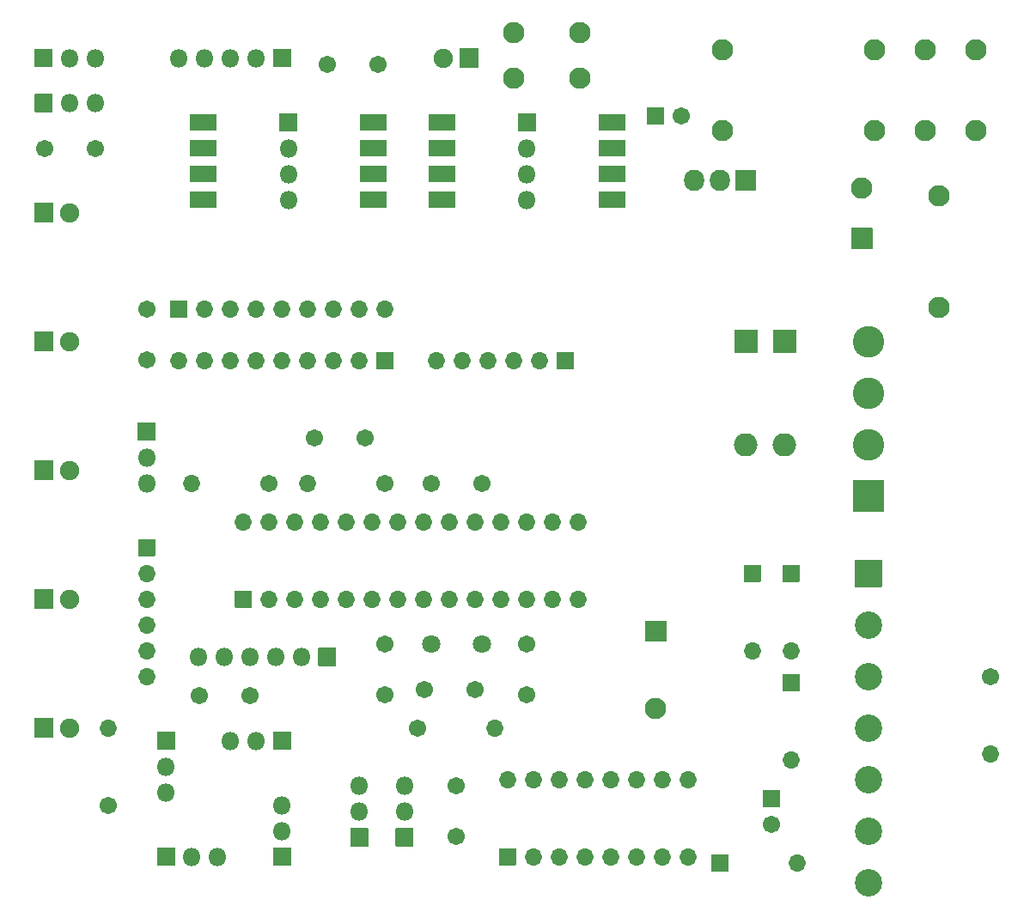
<source format=gbr>
G04 #@! TF.GenerationSoftware,KiCad,Pcbnew,(5.1.9)-1*
G04 #@! TF.CreationDate,2021-03-25T16:08:41-07:00*
G04 #@! TF.ProjectId,DSAMKVIB,4453414d-4b56-4494-922e-6b696361645f,rev?*
G04 #@! TF.SameCoordinates,Original*
G04 #@! TF.FileFunction,Soldermask,Top*
G04 #@! TF.FilePolarity,Negative*
%FSLAX46Y46*%
G04 Gerber Fmt 4.6, Leading zero omitted, Abs format (unit mm)*
G04 Created by KiCad (PCBNEW (5.1.9)-1) date 2021-03-25 16:08:41*
%MOMM*%
%LPD*%
G01*
G04 APERTURE LIST*
%ADD10C,1.902000*%
%ADD11O,1.802000X1.802000*%
%ADD12O,1.702000X1.702000*%
%ADD13C,1.702000*%
%ADD14C,2.102000*%
%ADD15C,2.702000*%
%ADD16C,1.802000*%
%ADD17O,2.302000X2.302000*%
%ADD18O,2.007000X2.102000*%
%ADD19C,3.102000*%
G04 APERTURE END LIST*
D10*
X102870000Y-84455000D03*
G36*
G01*
X99379000Y-85355000D02*
X99379000Y-83555000D01*
G75*
G02*
X99430000Y-83504000I51000J0D01*
G01*
X101230000Y-83504000D01*
G75*
G02*
X101281000Y-83555000I0J-51000D01*
G01*
X101281000Y-85355000D01*
G75*
G02*
X101230000Y-85406000I-51000J0D01*
G01*
X99430000Y-85406000D01*
G75*
G02*
X99379000Y-85355000I0J51000D01*
G01*
G37*
G36*
G01*
X109589000Y-94195000D02*
X109589000Y-92495000D01*
G75*
G02*
X109640000Y-92444000I51000J0D01*
G01*
X111340000Y-92444000D01*
G75*
G02*
X111391000Y-92495000I0J-51000D01*
G01*
X111391000Y-94195000D01*
G75*
G02*
X111340000Y-94246000I-51000J0D01*
G01*
X109640000Y-94246000D01*
G75*
G02*
X109589000Y-94195000I0J51000D01*
G01*
G37*
D11*
X110490000Y-95885000D03*
X110490000Y-98425000D03*
D12*
X144780000Y-122555000D03*
D13*
X137160000Y-122555000D03*
D11*
X147955000Y-70485000D03*
X147955000Y-67945000D03*
X147955000Y-65405000D03*
G36*
G01*
X147054000Y-63715000D02*
X147054000Y-62015000D01*
G75*
G02*
X147105000Y-61964000I51000J0D01*
G01*
X148805000Y-61964000D01*
G75*
G02*
X148856000Y-62015000I0J-51000D01*
G01*
X148856000Y-63715000D01*
G75*
G02*
X148805000Y-63766000I-51000J0D01*
G01*
X147105000Y-63766000D01*
G75*
G02*
X147054000Y-63715000I0J51000D01*
G01*
G37*
X124460000Y-70485000D03*
X124460000Y-67945000D03*
X124460000Y-65405000D03*
G36*
G01*
X123559000Y-63715000D02*
X123559000Y-62015000D01*
G75*
G02*
X123610000Y-61964000I51000J0D01*
G01*
X125310000Y-61964000D01*
G75*
G02*
X125361000Y-62015000I0J-51000D01*
G01*
X125361000Y-63715000D01*
G75*
G02*
X125310000Y-63766000I-51000J0D01*
G01*
X123610000Y-63766000D01*
G75*
G02*
X123559000Y-63715000I0J51000D01*
G01*
G37*
G36*
G01*
X109690000Y-103924000D02*
X111290000Y-103924000D01*
G75*
G02*
X111341000Y-103975000I0J-51000D01*
G01*
X111341000Y-105575000D01*
G75*
G02*
X111290000Y-105626000I-51000J0D01*
G01*
X109690000Y-105626000D01*
G75*
G02*
X109639000Y-105575000I0J51000D01*
G01*
X109639000Y-103975000D01*
G75*
G02*
X109690000Y-103924000I51000J0D01*
G01*
G37*
D12*
X110490000Y-107315000D03*
X110490000Y-109855000D03*
X110490000Y-112395000D03*
X110490000Y-114935000D03*
X110490000Y-117475000D03*
G36*
G01*
X114809999Y-69674000D02*
X117350001Y-69674000D01*
G75*
G02*
X117401000Y-69724999I0J-50999D01*
G01*
X117401000Y-71245001D01*
G75*
G02*
X117350001Y-71296000I-50999J0D01*
G01*
X114809999Y-71296000D01*
G75*
G02*
X114759000Y-71245001I0J50999D01*
G01*
X114759000Y-69724999D01*
G75*
G02*
X114809999Y-69674000I50999J0D01*
G01*
G37*
G36*
G01*
X131569999Y-69674000D02*
X134110001Y-69674000D01*
G75*
G02*
X134161000Y-69724999I0J-50999D01*
G01*
X134161000Y-71245001D01*
G75*
G02*
X134110001Y-71296000I-50999J0D01*
G01*
X131569999Y-71296000D01*
G75*
G02*
X131519000Y-71245001I0J50999D01*
G01*
X131519000Y-69724999D01*
G75*
G02*
X131569999Y-69674000I50999J0D01*
G01*
G37*
G36*
G01*
X114809999Y-67134000D02*
X117350001Y-67134000D01*
G75*
G02*
X117401000Y-67184999I0J-50999D01*
G01*
X117401000Y-68705001D01*
G75*
G02*
X117350001Y-68756000I-50999J0D01*
G01*
X114809999Y-68756000D01*
G75*
G02*
X114759000Y-68705001I0J50999D01*
G01*
X114759000Y-67184999D01*
G75*
G02*
X114809999Y-67134000I50999J0D01*
G01*
G37*
G36*
G01*
X131569999Y-67134000D02*
X134110001Y-67134000D01*
G75*
G02*
X134161000Y-67184999I0J-50999D01*
G01*
X134161000Y-68705001D01*
G75*
G02*
X134110001Y-68756000I-50999J0D01*
G01*
X131569999Y-68756000D01*
G75*
G02*
X131519000Y-68705001I0J50999D01*
G01*
X131519000Y-67184999D01*
G75*
G02*
X131569999Y-67134000I50999J0D01*
G01*
G37*
G36*
G01*
X114809999Y-64594000D02*
X117350001Y-64594000D01*
G75*
G02*
X117401000Y-64644999I0J-50999D01*
G01*
X117401000Y-66165001D01*
G75*
G02*
X117350001Y-66216000I-50999J0D01*
G01*
X114809999Y-66216000D01*
G75*
G02*
X114759000Y-66165001I0J50999D01*
G01*
X114759000Y-64644999D01*
G75*
G02*
X114809999Y-64594000I50999J0D01*
G01*
G37*
G36*
G01*
X131569999Y-64594000D02*
X134110001Y-64594000D01*
G75*
G02*
X134161000Y-64644999I0J-50999D01*
G01*
X134161000Y-66165001D01*
G75*
G02*
X134110001Y-66216000I-50999J0D01*
G01*
X131569999Y-66216000D01*
G75*
G02*
X131519000Y-66165001I0J50999D01*
G01*
X131519000Y-64644999D01*
G75*
G02*
X131569999Y-64594000I50999J0D01*
G01*
G37*
G36*
G01*
X114809999Y-62054000D02*
X117350001Y-62054000D01*
G75*
G02*
X117401000Y-62104999I0J-50999D01*
G01*
X117401000Y-63625001D01*
G75*
G02*
X117350001Y-63676000I-50999J0D01*
G01*
X114809999Y-63676000D01*
G75*
G02*
X114759000Y-63625001I0J50999D01*
G01*
X114759000Y-62104999D01*
G75*
G02*
X114809999Y-62054000I50999J0D01*
G01*
G37*
G36*
G01*
X131569999Y-62054000D02*
X134110001Y-62054000D01*
G75*
G02*
X134161000Y-62104999I0J-50999D01*
G01*
X134161000Y-63625001D01*
G75*
G02*
X134110001Y-63676000I-50999J0D01*
G01*
X131569999Y-63676000D01*
G75*
G02*
X131519000Y-63625001I0J50999D01*
G01*
X131519000Y-62104999D01*
G75*
G02*
X131569999Y-62054000I50999J0D01*
G01*
G37*
X193675000Y-125095000D03*
D13*
X193675000Y-117475000D03*
D12*
X113665000Y-86360000D03*
X116205000Y-86360000D03*
X118745000Y-86360000D03*
X121285000Y-86360000D03*
X123825000Y-86360000D03*
X126365000Y-86360000D03*
X128905000Y-86360000D03*
X131445000Y-86360000D03*
G36*
G01*
X134836000Y-85560000D02*
X134836000Y-87160000D01*
G75*
G02*
X134785000Y-87211000I-51000J0D01*
G01*
X133185000Y-87211000D01*
G75*
G02*
X133134000Y-87160000I0J51000D01*
G01*
X133134000Y-85560000D01*
G75*
G02*
X133185000Y-85509000I51000J0D01*
G01*
X134785000Y-85509000D01*
G75*
G02*
X134836000Y-85560000I0J-51000D01*
G01*
G37*
D13*
X132000000Y-93980000D03*
X127000000Y-93980000D03*
D14*
X160655000Y-120630000D03*
G36*
G01*
X159655000Y-111979000D02*
X161655000Y-111979000D01*
G75*
G02*
X161706000Y-112030000I0J-51000D01*
G01*
X161706000Y-114030000D01*
G75*
G02*
X161655000Y-114081000I-51000J0D01*
G01*
X159655000Y-114081000D01*
G75*
G02*
X159604000Y-114030000I0J51000D01*
G01*
X159604000Y-112030000D01*
G75*
G02*
X159655000Y-111979000I51000J0D01*
G01*
G37*
G36*
G01*
X120815000Y-110706000D02*
X119215000Y-110706000D01*
G75*
G02*
X119164000Y-110655000I0J51000D01*
G01*
X119164000Y-109055000D01*
G75*
G02*
X119215000Y-109004000I51000J0D01*
G01*
X120815000Y-109004000D01*
G75*
G02*
X120866000Y-109055000I0J-51000D01*
G01*
X120866000Y-110655000D01*
G75*
G02*
X120815000Y-110706000I-51000J0D01*
G01*
G37*
D12*
X153035000Y-102235000D03*
X122555000Y-109855000D03*
X150495000Y-102235000D03*
X125095000Y-109855000D03*
X147955000Y-102235000D03*
X127635000Y-109855000D03*
X145415000Y-102235000D03*
X130175000Y-109855000D03*
X142875000Y-102235000D03*
X132715000Y-109855000D03*
X140335000Y-102235000D03*
X135255000Y-109855000D03*
X137795000Y-102235000D03*
X137795000Y-109855000D03*
X135255000Y-102235000D03*
X140335000Y-109855000D03*
X132715000Y-102235000D03*
X142875000Y-109855000D03*
X130175000Y-102235000D03*
X145415000Y-109855000D03*
X127635000Y-102235000D03*
X147955000Y-109855000D03*
X125095000Y-102235000D03*
X150495000Y-109855000D03*
X122555000Y-102235000D03*
X153035000Y-109855000D03*
X120015000Y-102235000D03*
D15*
X181610000Y-137795000D03*
X181610000Y-132715000D03*
X181610000Y-127635000D03*
X181610000Y-122555000D03*
X181610000Y-117475000D03*
X181610000Y-112395000D03*
G36*
G01*
X180310000Y-105964000D02*
X182910000Y-105964000D01*
G75*
G02*
X182961000Y-106015000I0J-51000D01*
G01*
X182961000Y-108615000D01*
G75*
G02*
X182910000Y-108666000I-51000J0D01*
G01*
X180310000Y-108666000D01*
G75*
G02*
X180259000Y-108615000I0J51000D01*
G01*
X180259000Y-106015000D01*
G75*
G02*
X180310000Y-105964000I51000J0D01*
G01*
G37*
D12*
X126365000Y-98425000D03*
D13*
X133985000Y-98425000D03*
D12*
X139065000Y-86360000D03*
X141605000Y-86360000D03*
X144145000Y-86360000D03*
X146685000Y-86360000D03*
X149225000Y-86360000D03*
G36*
G01*
X152616000Y-85560000D02*
X152616000Y-87160000D01*
G75*
G02*
X152565000Y-87211000I-51000J0D01*
G01*
X150965000Y-87211000D01*
G75*
G02*
X150914000Y-87160000I0J51000D01*
G01*
X150914000Y-85560000D01*
G75*
G02*
X150965000Y-85509000I51000J0D01*
G01*
X152565000Y-85509000D01*
G75*
G02*
X152616000Y-85560000I0J-51000D01*
G01*
G37*
X133985000Y-81280000D03*
X131445000Y-81280000D03*
X128905000Y-81280000D03*
X126365000Y-81280000D03*
X123825000Y-81280000D03*
X121285000Y-81280000D03*
X118745000Y-81280000D03*
X116205000Y-81280000D03*
G36*
G01*
X112814000Y-82080000D02*
X112814000Y-80480000D01*
G75*
G02*
X112865000Y-80429000I51000J0D01*
G01*
X114465000Y-80429000D01*
G75*
G02*
X114516000Y-80480000I0J-51000D01*
G01*
X114516000Y-82080000D01*
G75*
G02*
X114465000Y-82131000I-51000J0D01*
G01*
X112865000Y-82131000D01*
G75*
G02*
X112814000Y-82080000I0J51000D01*
G01*
G37*
X170180000Y-114935000D03*
G36*
G01*
X169380000Y-106464000D02*
X170980000Y-106464000D01*
G75*
G02*
X171031000Y-106515000I0J-51000D01*
G01*
X171031000Y-108115000D01*
G75*
G02*
X170980000Y-108166000I-51000J0D01*
G01*
X169380000Y-108166000D01*
G75*
G02*
X169329000Y-108115000I0J51000D01*
G01*
X169329000Y-106515000D01*
G75*
G02*
X169380000Y-106464000I51000J0D01*
G01*
G37*
X173990000Y-114935000D03*
G36*
G01*
X173190000Y-106464000D02*
X174790000Y-106464000D01*
G75*
G02*
X174841000Y-106515000I0J-51000D01*
G01*
X174841000Y-108115000D01*
G75*
G02*
X174790000Y-108166000I-51000J0D01*
G01*
X173190000Y-108166000D01*
G75*
G02*
X173139000Y-108115000I0J51000D01*
G01*
X173139000Y-106515000D01*
G75*
G02*
X173190000Y-106464000I51000J0D01*
G01*
G37*
D13*
X115650000Y-119380000D03*
X120650000Y-119380000D03*
X133270000Y-57150000D03*
X128270000Y-57150000D03*
D11*
X123825000Y-130175000D03*
X123825000Y-132715000D03*
G36*
G01*
X124726000Y-134405000D02*
X124726000Y-136105000D01*
G75*
G02*
X124675000Y-136156000I-51000J0D01*
G01*
X122975000Y-136156000D01*
G75*
G02*
X122924000Y-136105000I0J51000D01*
G01*
X122924000Y-134405000D01*
G75*
G02*
X122975000Y-134354000I51000J0D01*
G01*
X124675000Y-134354000D01*
G75*
G02*
X124726000Y-134405000I0J-51000D01*
G01*
G37*
X117475000Y-135255000D03*
X114935000Y-135255000D03*
G36*
G01*
X113245000Y-136156000D02*
X111545000Y-136156000D01*
G75*
G02*
X111494000Y-136105000I0J51000D01*
G01*
X111494000Y-134405000D01*
G75*
G02*
X111545000Y-134354000I51000J0D01*
G01*
X113245000Y-134354000D01*
G75*
G02*
X113296000Y-134405000I0J-51000D01*
G01*
X113296000Y-136105000D01*
G75*
G02*
X113245000Y-136156000I-51000J0D01*
G01*
G37*
X112395000Y-128905000D03*
X112395000Y-126365000D03*
G36*
G01*
X111494000Y-124675000D02*
X111494000Y-122975000D01*
G75*
G02*
X111545000Y-122924000I51000J0D01*
G01*
X113245000Y-122924000D01*
G75*
G02*
X113296000Y-122975000I0J-51000D01*
G01*
X113296000Y-124675000D01*
G75*
G02*
X113245000Y-124726000I-51000J0D01*
G01*
X111545000Y-124726000D01*
G75*
G02*
X111494000Y-124675000I0J51000D01*
G01*
G37*
X118745000Y-123825000D03*
X121285000Y-123825000D03*
G36*
G01*
X122975000Y-122924000D02*
X124675000Y-122924000D01*
G75*
G02*
X124726000Y-122975000I0J-51000D01*
G01*
X124726000Y-124675000D01*
G75*
G02*
X124675000Y-124726000I-51000J0D01*
G01*
X122975000Y-124726000D01*
G75*
G02*
X122924000Y-124675000I0J51000D01*
G01*
X122924000Y-122975000D01*
G75*
G02*
X122975000Y-122924000I51000J0D01*
G01*
G37*
X135890000Y-128270000D03*
X135890000Y-130810000D03*
G36*
G01*
X136791000Y-132500000D02*
X136791000Y-134200000D01*
G75*
G02*
X136740000Y-134251000I-51000J0D01*
G01*
X135040000Y-134251000D01*
G75*
G02*
X134989000Y-134200000I0J51000D01*
G01*
X134989000Y-132500000D01*
G75*
G02*
X135040000Y-132449000I51000J0D01*
G01*
X136740000Y-132449000D01*
G75*
G02*
X136791000Y-132500000I0J-51000D01*
G01*
G37*
X131445000Y-128270000D03*
X131445000Y-130810000D03*
G36*
G01*
X132346000Y-132500000D02*
X132346000Y-134200000D01*
G75*
G02*
X132295000Y-134251000I-51000J0D01*
G01*
X130595000Y-134251000D01*
G75*
G02*
X130544000Y-134200000I0J51000D01*
G01*
X130544000Y-132500000D01*
G75*
G02*
X130595000Y-132449000I51000J0D01*
G01*
X132295000Y-132449000D01*
G75*
G02*
X132346000Y-132500000I0J-51000D01*
G01*
G37*
X105410000Y-60960000D03*
X102870000Y-60960000D03*
G36*
G01*
X101180000Y-61861000D02*
X99480000Y-61861000D01*
G75*
G02*
X99429000Y-61810000I0J51000D01*
G01*
X99429000Y-60110000D01*
G75*
G02*
X99480000Y-60059000I51000J0D01*
G01*
X101180000Y-60059000D01*
G75*
G02*
X101231000Y-60110000I0J-51000D01*
G01*
X101231000Y-61810000D01*
G75*
G02*
X101180000Y-61861000I-51000J0D01*
G01*
G37*
X105410000Y-56515000D03*
X102870000Y-56515000D03*
G36*
G01*
X101180000Y-57416000D02*
X99480000Y-57416000D01*
G75*
G02*
X99429000Y-57365000I0J51000D01*
G01*
X99429000Y-55665000D01*
G75*
G02*
X99480000Y-55614000I51000J0D01*
G01*
X101180000Y-55614000D01*
G75*
G02*
X101231000Y-55665000I0J-51000D01*
G01*
X101231000Y-57365000D01*
G75*
G02*
X101180000Y-57416000I-51000J0D01*
G01*
G37*
D16*
X143510000Y-114300000D03*
X138510000Y-114300000D03*
G36*
G01*
X146850000Y-136106000D02*
X145250000Y-136106000D01*
G75*
G02*
X145199000Y-136055000I0J51000D01*
G01*
X145199000Y-134455000D01*
G75*
G02*
X145250000Y-134404000I51000J0D01*
G01*
X146850000Y-134404000D01*
G75*
G02*
X146901000Y-134455000I0J-51000D01*
G01*
X146901000Y-136055000D01*
G75*
G02*
X146850000Y-136106000I-51000J0D01*
G01*
G37*
D12*
X163830000Y-127635000D03*
X148590000Y-135255000D03*
X161290000Y-127635000D03*
X151130000Y-135255000D03*
X158750000Y-127635000D03*
X153670000Y-135255000D03*
X156210000Y-127635000D03*
X156210000Y-135255000D03*
X153670000Y-127635000D03*
X158750000Y-135255000D03*
X151130000Y-127635000D03*
X161290000Y-135255000D03*
X148590000Y-127635000D03*
X163830000Y-135255000D03*
X146050000Y-127635000D03*
G36*
G01*
X138304999Y-69674000D02*
X140845001Y-69674000D01*
G75*
G02*
X140896000Y-69724999I0J-50999D01*
G01*
X140896000Y-71245001D01*
G75*
G02*
X140845001Y-71296000I-50999J0D01*
G01*
X138304999Y-71296000D01*
G75*
G02*
X138254000Y-71245001I0J50999D01*
G01*
X138254000Y-69724999D01*
G75*
G02*
X138304999Y-69674000I50999J0D01*
G01*
G37*
G36*
G01*
X155064999Y-69674000D02*
X157605001Y-69674000D01*
G75*
G02*
X157656000Y-69724999I0J-50999D01*
G01*
X157656000Y-71245001D01*
G75*
G02*
X157605001Y-71296000I-50999J0D01*
G01*
X155064999Y-71296000D01*
G75*
G02*
X155014000Y-71245001I0J50999D01*
G01*
X155014000Y-69724999D01*
G75*
G02*
X155064999Y-69674000I50999J0D01*
G01*
G37*
G36*
G01*
X138304999Y-67134000D02*
X140845001Y-67134000D01*
G75*
G02*
X140896000Y-67184999I0J-50999D01*
G01*
X140896000Y-68705001D01*
G75*
G02*
X140845001Y-68756000I-50999J0D01*
G01*
X138304999Y-68756000D01*
G75*
G02*
X138254000Y-68705001I0J50999D01*
G01*
X138254000Y-67184999D01*
G75*
G02*
X138304999Y-67134000I50999J0D01*
G01*
G37*
G36*
G01*
X155064999Y-67134000D02*
X157605001Y-67134000D01*
G75*
G02*
X157656000Y-67184999I0J-50999D01*
G01*
X157656000Y-68705001D01*
G75*
G02*
X157605001Y-68756000I-50999J0D01*
G01*
X155064999Y-68756000D01*
G75*
G02*
X155014000Y-68705001I0J50999D01*
G01*
X155014000Y-67184999D01*
G75*
G02*
X155064999Y-67134000I50999J0D01*
G01*
G37*
G36*
G01*
X138304999Y-64594000D02*
X140845001Y-64594000D01*
G75*
G02*
X140896000Y-64644999I0J-50999D01*
G01*
X140896000Y-66165001D01*
G75*
G02*
X140845001Y-66216000I-50999J0D01*
G01*
X138304999Y-66216000D01*
G75*
G02*
X138254000Y-66165001I0J50999D01*
G01*
X138254000Y-64644999D01*
G75*
G02*
X138304999Y-64594000I50999J0D01*
G01*
G37*
G36*
G01*
X155064999Y-64594000D02*
X157605001Y-64594000D01*
G75*
G02*
X157656000Y-64644999I0J-50999D01*
G01*
X157656000Y-66165001D01*
G75*
G02*
X157605001Y-66216000I-50999J0D01*
G01*
X155064999Y-66216000D01*
G75*
G02*
X155014000Y-66165001I0J50999D01*
G01*
X155014000Y-64644999D01*
G75*
G02*
X155064999Y-64594000I50999J0D01*
G01*
G37*
G36*
G01*
X138304999Y-62054000D02*
X140845001Y-62054000D01*
G75*
G02*
X140896000Y-62104999I0J-50999D01*
G01*
X140896000Y-63625001D01*
G75*
G02*
X140845001Y-63676000I-50999J0D01*
G01*
X138304999Y-63676000D01*
G75*
G02*
X138254000Y-63625001I0J50999D01*
G01*
X138254000Y-62104999D01*
G75*
G02*
X138304999Y-62054000I50999J0D01*
G01*
G37*
G36*
G01*
X155064999Y-62054000D02*
X157605001Y-62054000D01*
G75*
G02*
X157656000Y-62104999I0J-50999D01*
G01*
X157656000Y-63625001D01*
G75*
G02*
X157605001Y-63676000I-50999J0D01*
G01*
X155064999Y-63676000D01*
G75*
G02*
X155014000Y-63625001I0J50999D01*
G01*
X155014000Y-62104999D01*
G75*
G02*
X155064999Y-62054000I50999J0D01*
G01*
G37*
G36*
G01*
X171285000Y-128689000D02*
X172885000Y-128689000D01*
G75*
G02*
X172936000Y-128740000I0J-51000D01*
G01*
X172936000Y-130340000D01*
G75*
G02*
X172885000Y-130391000I-51000J0D01*
G01*
X171285000Y-130391000D01*
G75*
G02*
X171234000Y-130340000I0J51000D01*
G01*
X171234000Y-128740000D01*
G75*
G02*
X171285000Y-128689000I51000J0D01*
G01*
G37*
D13*
X172085000Y-132040000D03*
D14*
X153185000Y-53975000D03*
X153185000Y-58475000D03*
X146685000Y-53975000D03*
X146685000Y-58475000D03*
D13*
X147955000Y-119300000D03*
X147955000Y-114300000D03*
X133985000Y-114300000D03*
X133985000Y-119300000D03*
G36*
G01*
X181975000Y-75346000D02*
X179975000Y-75346000D01*
G75*
G02*
X179924000Y-75295000I0J51000D01*
G01*
X179924000Y-73295000D01*
G75*
G02*
X179975000Y-73244000I51000J0D01*
G01*
X181975000Y-73244000D01*
G75*
G02*
X182026000Y-73295000I0J-51000D01*
G01*
X182026000Y-75295000D01*
G75*
G02*
X181975000Y-75346000I-51000J0D01*
G01*
G37*
D14*
X180975000Y-69295000D03*
D13*
X163155000Y-62230000D03*
G36*
G01*
X159804000Y-63030000D02*
X159804000Y-61430000D01*
G75*
G02*
X159855000Y-61379000I51000J0D01*
G01*
X161455000Y-61379000D01*
G75*
G02*
X161506000Y-61430000I0J-51000D01*
G01*
X161506000Y-63030000D01*
G75*
G02*
X161455000Y-63081000I-51000J0D01*
G01*
X159855000Y-63081000D01*
G75*
G02*
X159804000Y-63030000I0J51000D01*
G01*
G37*
X143510000Y-98425000D03*
X138510000Y-98425000D03*
X137875000Y-118745000D03*
X142875000Y-118745000D03*
G36*
G01*
X99379000Y-72655000D02*
X99379000Y-70855000D01*
G75*
G02*
X99430000Y-70804000I51000J0D01*
G01*
X101230000Y-70804000D01*
G75*
G02*
X101281000Y-70855000I0J-51000D01*
G01*
X101281000Y-72655000D01*
G75*
G02*
X101230000Y-72706000I-51000J0D01*
G01*
X99430000Y-72706000D01*
G75*
G02*
X99379000Y-72655000I0J51000D01*
G01*
G37*
D10*
X102870000Y-71755000D03*
X102870000Y-97155000D03*
G36*
G01*
X99379000Y-98055000D02*
X99379000Y-96255000D01*
G75*
G02*
X99430000Y-96204000I51000J0D01*
G01*
X101230000Y-96204000D01*
G75*
G02*
X101281000Y-96255000I0J-51000D01*
G01*
X101281000Y-98055000D01*
G75*
G02*
X101230000Y-98106000I-51000J0D01*
G01*
X99430000Y-98106000D01*
G75*
G02*
X99379000Y-98055000I0J51000D01*
G01*
G37*
G36*
G01*
X99379000Y-110755000D02*
X99379000Y-108955000D01*
G75*
G02*
X99430000Y-108904000I51000J0D01*
G01*
X101230000Y-108904000D01*
G75*
G02*
X101281000Y-108955000I0J-51000D01*
G01*
X101281000Y-110755000D01*
G75*
G02*
X101230000Y-110806000I-51000J0D01*
G01*
X99430000Y-110806000D01*
G75*
G02*
X99379000Y-110755000I0J51000D01*
G01*
G37*
X102870000Y-109855000D03*
G36*
G01*
X99379000Y-123455000D02*
X99379000Y-121655000D01*
G75*
G02*
X99430000Y-121604000I51000J0D01*
G01*
X101230000Y-121604000D01*
G75*
G02*
X101281000Y-121655000I0J-51000D01*
G01*
X101281000Y-123455000D01*
G75*
G02*
X101230000Y-123506000I-51000J0D01*
G01*
X99430000Y-123506000D01*
G75*
G02*
X99379000Y-123455000I0J51000D01*
G01*
G37*
X102870000Y-122555000D03*
G36*
G01*
X168445000Y-83304000D02*
X170645000Y-83304000D01*
G75*
G02*
X170696000Y-83355000I0J-51000D01*
G01*
X170696000Y-85555000D01*
G75*
G02*
X170645000Y-85606000I-51000J0D01*
G01*
X168445000Y-85606000D01*
G75*
G02*
X168394000Y-85555000I0J51000D01*
G01*
X168394000Y-83355000D01*
G75*
G02*
X168445000Y-83304000I51000J0D01*
G01*
G37*
D17*
X169545000Y-94615000D03*
X173355000Y-94615000D03*
G36*
G01*
X172255000Y-83304000D02*
X174455000Y-83304000D01*
G75*
G02*
X174506000Y-83355000I0J-51000D01*
G01*
X174506000Y-85555000D01*
G75*
G02*
X174455000Y-85606000I-51000J0D01*
G01*
X172255000Y-85606000D01*
G75*
G02*
X172204000Y-85555000I0J51000D01*
G01*
X172204000Y-83355000D01*
G75*
G02*
X172255000Y-83304000I51000J0D01*
G01*
G37*
D12*
X174625000Y-135890000D03*
G36*
G01*
X166154000Y-136690000D02*
X166154000Y-135090000D01*
G75*
G02*
X166205000Y-135039000I51000J0D01*
G01*
X167805000Y-135039000D01*
G75*
G02*
X167856000Y-135090000I0J-51000D01*
G01*
X167856000Y-136690000D01*
G75*
G02*
X167805000Y-136741000I-51000J0D01*
G01*
X166205000Y-136741000D01*
G75*
G02*
X166154000Y-136690000I0J51000D01*
G01*
G37*
G36*
G01*
X173190000Y-117259000D02*
X174790000Y-117259000D01*
G75*
G02*
X174841000Y-117310000I0J-51000D01*
G01*
X174841000Y-118910000D01*
G75*
G02*
X174790000Y-118961000I-51000J0D01*
G01*
X173190000Y-118961000D01*
G75*
G02*
X173139000Y-118910000I0J51000D01*
G01*
X173139000Y-117310000D01*
G75*
G02*
X173190000Y-117259000I51000J0D01*
G01*
G37*
X173990000Y-125730000D03*
G36*
G01*
X122975000Y-55614000D02*
X124675000Y-55614000D01*
G75*
G02*
X124726000Y-55665000I0J-51000D01*
G01*
X124726000Y-57365000D01*
G75*
G02*
X124675000Y-57416000I-51000J0D01*
G01*
X122975000Y-57416000D01*
G75*
G02*
X122924000Y-57365000I0J51000D01*
G01*
X122924000Y-55665000D01*
G75*
G02*
X122975000Y-55614000I51000J0D01*
G01*
G37*
D11*
X121285000Y-56515000D03*
X118745000Y-56515000D03*
X116205000Y-56515000D03*
X113665000Y-56515000D03*
D14*
X167205000Y-55690000D03*
X167205000Y-63690000D03*
X182205000Y-55690000D03*
X182205000Y-63690000D03*
X187205000Y-55690000D03*
X187205000Y-63690000D03*
X192205000Y-55690000D03*
X192205000Y-63690000D03*
D13*
X122555000Y-98425000D03*
D12*
X114935000Y-98425000D03*
X106680000Y-122555000D03*
D13*
X106680000Y-130175000D03*
G36*
G01*
X170548500Y-67580000D02*
X170548500Y-69580000D01*
G75*
G02*
X170497500Y-69631000I-51000J0D01*
G01*
X168592500Y-69631000D01*
G75*
G02*
X168541500Y-69580000I0J51000D01*
G01*
X168541500Y-67580000D01*
G75*
G02*
X168592500Y-67529000I51000J0D01*
G01*
X170497500Y-67529000D01*
G75*
G02*
X170548500Y-67580000I0J-51000D01*
G01*
G37*
D18*
X167005000Y-68580000D03*
X164465000Y-68580000D03*
D13*
X110490000Y-81280000D03*
X110490000Y-86280000D03*
X105410000Y-65405000D03*
X100410000Y-65405000D03*
X140970000Y-133270000D03*
X140970000Y-128270000D03*
G36*
G01*
X127420000Y-114669000D02*
X129120000Y-114669000D01*
G75*
G02*
X129171000Y-114720000I0J-51000D01*
G01*
X129171000Y-116420000D01*
G75*
G02*
X129120000Y-116471000I-51000J0D01*
G01*
X127420000Y-116471000D01*
G75*
G02*
X127369000Y-116420000I0J51000D01*
G01*
X127369000Y-114720000D01*
G75*
G02*
X127420000Y-114669000I51000J0D01*
G01*
G37*
D11*
X125730000Y-115570000D03*
X123190000Y-115570000D03*
X120650000Y-115570000D03*
X118110000Y-115570000D03*
X115570000Y-115570000D03*
D19*
X181610000Y-94615000D03*
X181610000Y-89535000D03*
G36*
G01*
X183110000Y-101246000D02*
X180110000Y-101246000D01*
G75*
G02*
X180059000Y-101195000I0J51000D01*
G01*
X180059000Y-98195000D01*
G75*
G02*
X180110000Y-98144000I51000J0D01*
G01*
X183110000Y-98144000D01*
G75*
G02*
X183161000Y-98195000I0J-51000D01*
G01*
X183161000Y-101195000D01*
G75*
G02*
X183110000Y-101246000I-51000J0D01*
G01*
G37*
X181610000Y-84455000D03*
G36*
G01*
X143191000Y-55615000D02*
X143191000Y-57415000D01*
G75*
G02*
X143140000Y-57466000I-51000J0D01*
G01*
X141340000Y-57466000D01*
G75*
G02*
X141289000Y-57415000I0J51000D01*
G01*
X141289000Y-55615000D01*
G75*
G02*
X141340000Y-55564000I51000J0D01*
G01*
X143140000Y-55564000D01*
G75*
G02*
X143191000Y-55615000I0J-51000D01*
G01*
G37*
D10*
X139700000Y-56515000D03*
D14*
X188595000Y-70065000D03*
X188595000Y-81065000D03*
M02*

</source>
